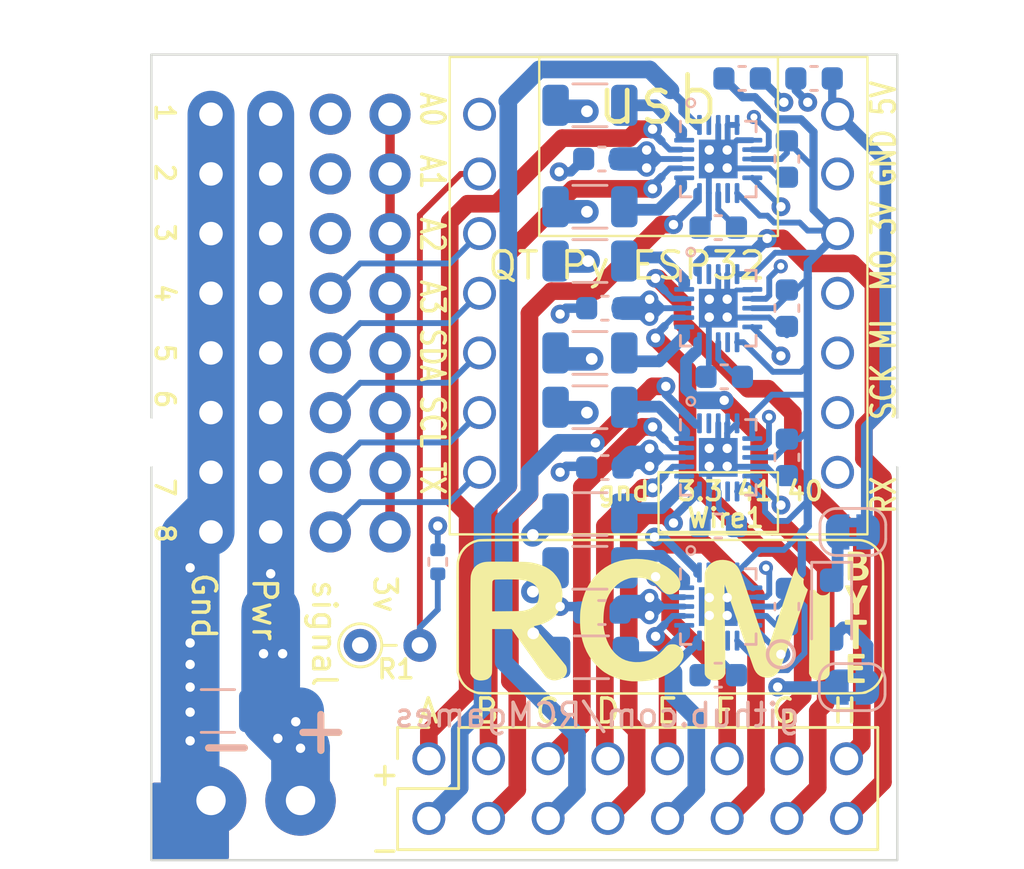
<source format=kicad_pcb>
(kicad_pcb (version 20221018) (generator pcbnew)
  (layers (0 "F.Cu" signal) (1 "In1.Cu" signal) (2 "In2.Cu" signal) (31 "B.Cu" signal) (34 "B.Paste" user) (35 "F.Paste" user) (36 "B.SilkS" user "B.Silkscreen") (37 "F.SilkS" user "F.Silkscreen") (38 "B.Mask" user) (39 "F.Mask" user) (44 "Edge.Cuts" user))
  (net 0 "")
  (net 1 "GND")
  (net 2 "3v")
  (net 3 "Net-(IC1-1,8Vout)")
  (net 4 "Net-(IC2-1,8Vout)")
  (net 5 "Net-(IC3-1,8Vout)")
  (net 6 "Net-(IC4-1,8Vout)")
  (net 7 "Net-(D1-K)")
  (net 8 "Net-(ESP32_QT_PY1-A1)")
  (net 10 "Net-(IC1-BRB)")
  (net 11 "Net-(IC1-BRA)")
  (net 13 "Net-(IC2-BRB)")
  (net 14 "Net-(IC2-BRA)")
  (net 16 "Net-(IC3-BRB)")
  (net 17 "Net-(IC3-BRA)")
  (net 19 "Net-(IC4-BRB)")
  (net 20 "Net-(IC4-BRA)")
  (net 21 "uart")
  (net 22 "vbat")
  (net 23 "Net-(IC4-OA2)")
  (net 28 "Net-(ESP32_QT_PY1-A2)")
  (net 29 "Net-(ESP32_QT_PY1-A3)")
  (net 30 "Net-(ESP32_QT_PY1-SDA)")
  (net 31 "Net-(ESP32_QT_PY1-SCL)")
  (net 32 "Net-(ESP32_QT_PY1-TX)")
  (net 33 "enab")
  (net 34 "Net-(ESP32_QT_PY1-SCK)")
  (net 35 "Net-(ESP32_QT_PY1-MI)")
  (net 36 "Net-(ESP32_QT_PY1-MO)")
  (net 37 "Net-(IC1-OA1)")
  (net 38 "Net-(IC4-OB2)")
  (net 39 "Net-(IC4-OB1)")
  (net 40 "Net-(IC4-OA1)")
  (net 41 "Net-(IC3-OA2)")
  (net 42 "Net-(IC3-OB2)")
  (net 43 "Net-(IC3-OB1)")
  (net 44 "Net-(IC3-OA1)")
  (net 45 "Net-(IC2-OA2)")
  (net 46 "Net-(IC2-OA1)")
  (net 47 "Net-(IC2-OB2)")
  (net 48 "Net-(IC2-OB1)")
  (net 49 "Net-(IC1-OA2)")
  (net 50 "Net-(IC1-OB1)")
  (net 51 "Net-(IC1-OB2)")
  (net 52 "Net-(ESP32_QT_PY1-5V)")
  (net 53 "Net-(D1-A)")
  (footprint "!RCMhardware footprints:PinSocket_2x08_P2.54mm_Vertical" (layer "F.Cu") (at 85.471 65.532 90)
    (fp_text reference "J6" hide)
    (fp_text value "2x08 female header pins" hide)
  )
  (footprint "MountingHole:MountingHole_2.1mm" (layer "F.Cu") (at 73.406 52.07)
    (fp_text reference "H1" hide)
    (fp_text value "MountingHole")
  )
  (footprint "!RCMhardware footprints:servo pin column" (layer "F.Cu") (at 83.82 38.1)
    (fp_text reference "J5" hide)
    (fp_text value "1x08 male header pins")
  )
  (footprint "MountingHole:MountingHole_2.1mm" (layer "F.Cu") (at 105.664 52.07)
    (fp_text reference "H2" hide)
    (fp_text value "MountingHole")
  )
  (footprint "!RCMhardware footprints:servo pin column" (layer "F.Cu") (at 78.74 38.1)
    (fp_text reference "J4" hide)
    (fp_text value "1x08 male header pins")
  )
  (footprint "!RCMhardware footprints:servo pin column" (layer "F.Cu") (at 76.2 38.1)
    (fp_text reference "J3" hide)
    (fp_text value "1x08 male header pins")
  )
  (footprint "!RCMhardware footprints:ESP32 QT PY" (layer "F.Cu") (at 95.25 45.72)
    (fp_text reference "ESP32_QT_PY1" hide)
    (fp_text value "microcontroller" hide)
  )
  (footprint "!RCMhardware footprints:servo pin column" (layer "F.Cu") (at 81.28 38.1)
    (fp_text reference "J2" hide)
    (fp_text value "1x08 male header pins")
  )
  (footprint "Resistor_THT:R_Axial_DIN0204_L3.6mm_D1.6mm_P2.54mm_Vertical" (layer "F.Cu") (at 82.55 60.706)
    (fp_text reference "R1")
    (fp_text value "soldered by user (recommend 25K)" hide)
  )
  (footprint "!RCMhardware footprints:battery wires" (layer "F.Cu") (at 76.2 67.31 -90)
    (fp_text reference "J1" hide)
    (fp_text value "pads to solder wires to" hide)
  )
  (footprint "LOGO" (layer "F.Cu") (at 95.758 59.436)
    (fp_text reference "G***" hide)
    (fp_text value "LOGO" hide)
  )
  (footprint "!RCMhardware footprints:QFN-20-1EP_3x3mm_P0.4mm_EP1.65x1.65mm" (layer "B.Cu") (at 97.79 40.005 -90)
    (fp_text reference "IC1" hide)
    (fp_text value "TMC7300")
  )
  (footprint "Resistor_SMD:R_1206_3216Metric" (layer "B.Cu") (at 92.329 48.26)
    (fp_text reference "R6" hide)
    (fp_text value "150mΩ / 0.5W / 1206 / <=1%")
  )
  (footprint "!RCMhardware footprints:QFN-20-1EP_3x3mm_P0.4mm_EP1.65x1.65mm" (layer "B.Cu") (at 97.79 46.355 -90)
    (fp_text reference "IC2" hide)
    (fp_text value "TMC7300")
  )
  (footprint "Resistor_SMD:R_1206_3216Metric" (layer "B.Cu") (at 92.329 50.5714)
    (fp_text reference "R7" hide)
    (fp_text value "150mΩ / 0.5W / 1206 / <=1%")
  )
  (footprint "Capacitor_SMD:C_0603_1608Metric" (layer "B.Cu") (at 97.79 42.926 180)
    (fp_text reference "C5" hide)
    (fp_text value "100nF/25V/0603")
  )
  (footprint "Capacitor_SMD:C_0603_1608Metric" (layer "B.Cu") (at 92.837 40.005 180)
    (fp_text reference "C3" hide)
    (fp_text value "100nF/25V/0603")
  )
  (footprint "Capacitor_SMD:C_1206_3216Metric_Pad1.33x1.80mm_HandSolder" (layer "B.Cu") (at 76.4925 63.5 180)
    (fp_text reference "C2" hide)
    (fp_text value "47uF, not electrolytic")
  )
  (footprint "Capacitor_SMD:C_0603_1608Metric" (layer "B.Cu") (at 100.711 40.005 -90)
    (fp_text reference "C4" hide)
    (fp_text value "100nF/25V/0603")
  )
  (footprint "Capacitor_SMD:C_0603_1608Metric" (layer "B.Cu") (at 92.964 46.355 180)
    (fp_text reference "C6" hide)
    (fp_text value "100nF/25V/0603")
  )
  (footprint "Capacitor_SMD:C_0603_1608Metric" (layer "B.Cu") (at 98.806 36.576)
    (fp_text reference "C15" hide)
    (fp_text value "100nF/25V/0603")
  )
  (footprint "Resistor_SMD:R_1206_3216Metric" (layer "B.Cu") (at 92.3945 61.214)
    (fp_text reference "R10" hide)
    (fp_text value "150mΩ / 0.5W / 1206 / <=1%")
  )
  (footprint "!RCMhardware footprints:QFN-20-1EP_3x3mm_P0.4mm_EP1.65x1.65mm" (layer "B.Cu") (at 97.79 52.705 -90)
    (fp_text reference "IC3" hide)
    (fp_text value "TMC7300")
  )
  (footprint "Diode_SMD:D_SOD-323_HandSoldering" (layer "B.Cu") (at 102.616 59.182 -90)
    (fp_text reference "D1" hide)
    (fp_text value "1A Schottky Diode ")
  )
  (footprint "Resistor_SMD:R_0402_1005Metric" (layer "B.Cu") (at 85.852 57.152 90)
    (fp_text reference "R2" hide)
    (fp_text value "10K")
  )
  (footprint "Capacitor_SMD:C_0603_1608Metric" (layer "B.Cu") (at 92.837 59.309 180)
    (fp_text reference "C12" hide)
    (fp_text value "100nF/25V/0603")
  )
  (footprint "Resistor_SMD:R_1206_3216Metric" (layer "B.Cu") (at 92.329 44.3484)
    (fp_text reference "R5" hide)
    (fp_text value "150mΩ / 0.5W / 1206 / <=1%")
  )
  (footprint "Resistor_SMD:R_1206_3216Metric" (layer "B.Cu") (at 92.329 37.719)
    (fp_text reference "R3" hide)
    (fp_text value "150mΩ / 0.5W / 1206 / <=1%")
  )
  (footprint "Resistor_SMD:R_1206_3216Metric" (layer "B.Cu") (at 92.329 42.037)
    (fp_text reference "R4" hide)
    (fp_text value "150mΩ / 0.5W / 1206 / <=1%")
  )
  (footprint "Capacitor_SMD:C_0603_1608Metric" (layer "B.Cu") (at 92.964 53.1368 180)
    (fp_text reference "C9" hide)
    (fp_text value "100nF/25V/0603")
  )
  (footprint "Capacitor_SMD:C_0603_1608Metric" (layer "B.Cu") (at 98.044 49.276 180)
    (fp_text reference "C8" hide)
    (fp_text value "100nF/25V/0603")
  )
  (footprint "Jumper:SolderJumper-2_P1.3mm_Bridged2Bar_RoundedPad1.0x1.5mm" (layer "B.Cu") (at 103.49 62.484 180)
    (fp_text reference "NT2" hide)
    (fp_text value "NetTie_2")
  )
  (footprint "Jumper:SolderJumper-2_P1.3mm_Bridged2Bar_RoundedPad1.0x1.5mm" (layer "B.Cu") (at 103.52 55.88 180)
    (fp_text reference "NT1" hide)
    (fp_text value "NetTie_2")
  )
  (footprint "Capacitor_SMD:C_0603_1608Metric" (layer "B.Cu") (at 97.79 55.626 180)
    (fp_text reference "C11" hide)
    (fp_text value "100nF/25V/0603")
  )
  (footprint "Capacitor_SMD:C_0603_1608Metric" (layer "B.Cu") (at 100.711 59.055 -90)
    (fp_text reference "C13" hide)
    (fp_text value "100nF/25V/0603")
  )
  (footprint "Capacitor_SMD:C_0603_1608Metric" (layer "B.Cu") (at 100.711 46.355 -90)
    (fp_text reference "C7" hide)
    (fp_text value "100nF/25V/0603")
  )
  (footprint "Resistor_SMD:R_1206_3216Metric" (layer "B.Cu") (at 92.329 55.118)
    (fp_text reference "R8" hide)
    (fp_text value "150mΩ / 0.5W / 1206 / <=1%")
  )
  (footprint "Resistor_SMD:R_1206_3216Metric" (layer "B.Cu") (at 92.329 57.404)
    (fp_text reference "R9" hide)
    (fp_text value "150mΩ / 0.5W / 1206 / <=1%")
  )
  (footprint "Capacitor_SMD:C_0603_1608Metric" (layer "B.Cu") (at 101.867 36.576 180)
    (fp_text reference "C1" hide)
    (fp_text value "100nF/25V/0603")
  )
  (footprint "!RCMhardware footprints:QFN-20-1EP_3x3mm_P0.4mm_EP1.65x1.65mm" (layer "B.Cu") (at 97.79 59.055 -90)
    (fp_text reference "IC4" hide)
    (fp_text value "TMC7300")
  )
  (footprint "Capacitor_SMD:C_0603_1608Metric" (layer "B.Cu") (at 100.711 52.705 -90)
    (fp_text reference "C10" hide)
    (fp_text value "100nF/25V/0603")
  )
  (footprint "Capacitor_SMD:C_0603_1608Metric" (layer "B.Cu") (at 97.79 61.976 180)
    (fp_text reference "C14" hide)
    (fp_text value "100nF/25V/0603")
  )
  (gr_circle (center 100.457 61.087) (end 100.965 60.833) (stroke (width 0.15)) (fill none) (layer "B.SilkS"))
  (gr_rect (start 73.66 35.56) (end 105.41 69.85) (stroke (width 0.1)) (fill none) (layer "Edge.Cuts"))
  (gr_text "-" (at 76.8604 64.9224) (layer "B.SilkS") (effects (font (size 2 2) (thickness 0.3))))
  (gr_text "github.com/RCMgames" (at 101.346 64.262) (layer "B.SilkS") (effects (font (size 1 1)) (justify left bottom mirror)))
  (gr_text "+" (at 80.8736 64.262) (layer "B.SilkS") (effects (font (size 2 2) (thickness 0.3))))
  (gr_text "Pwr" (at 78.486 59.182 270) (layer "F.SilkS") (effects (font (size 1 1))))
  (gr_text "3v\n" (at 83.058 57.658 270) (layer "F.SilkS") (effects (font (size 0.95 0.9)) (justify left bottom)))
  (gr_text "A  B  C  D  E  F  G  H" (at 94.361 63.5) (layer "F.SilkS") (effects (font (size 1.02 1.02))))
  (gr_text "1   2   3   4   5  6     7  8\n" (at 73.7616 46.99 270) (layer "F.SilkS") (effects (font (size 0.81 0.79)) (justify bottom)))
  (gr_text "Gnd\n" (at 75.8952 59.0296 -90) (layer "F.SilkS") (effects (font (size 1 1))))
  (gr_text "Wire1" (at 96.393 55.753) (layer "F.SilkS") (effects (font (size 0.8 0.8)) (justify left bottom)))
  (gr_text "signal" (at 81.026 60.198 -90) (layer "F.SilkS") (effects (font (size 1 1))))
  (gr_text "gnd  3.3 41 40" (at 92.583 54.61) (layer "F.SilkS") (effects (font (size 0.8 0.8)) (justify left bottom)))
  (gr_text "+\n\n-" (at 82.8802 69.977) (layer "F.SilkS") (effects (font (size 1 1)) (justify left bottom)))
  (gr_text "-" (at 76.8604 64.9224) (layer "F.SilkS") (effects (font (size 2 2) (thickness 0.3))))
  (gr_text "QT Py ESP32\n" (at 87.884 45.212) (layer "F.SilkS") (effects (font (size 1.15 1.2)) (justify left bottom)))
  (via (at 98.171 58.674) (size 0.8) (drill 0.4) (layers "F.Cu" "B.Cu") (net 1))
  (via (at 89.8965 58.42) (size 0.9) (drill 0.5) (layers "F.Cu" "B.Cu") (net 1))
  (via (at 92.4052 48.514) (size 0.9) (drill 0.5) (layers "F.Cu" "B.Cu") (net 1))
  (via (at 91.059 46.609) (size 0.8) (drill 0.4) (layers "F.Cu" "B.Cu") (net 1))
  (via (at 75.311 62.484) (size 0.8) (drill 0.4) (layers "F.Cu" "B.Cu") (net 1))
  (via (at 91.020547 40.550747) (size 0.8) (drill 0.4) (layers "F.Cu" "B.Cu") (net 1))
  (via (at 92.2528 44.3484) (size 0.9) (drill 0.5) (layers "F.Cu" "B.Cu") (net 1))
  (via (at 101.6 37.592) (size 0.8) (drill 0.4) (layers "F.Cu" "B.Cu") (net 1))
  (via (at 98.171 59.436) (size 0.8) (drill 0.4) (layers "F.Cu" "B.Cu") (net 1))
  (via (at 75.311 57.404) (size 0.8) (drill 0.4) (layers "F.Cu" "B.Cu") (net 1))
  (via (at 92.202 50.8) (size 0.9) (drill 0.5) (layers "F.Cu" "B.Cu") (net 1))
  (via (at 89.916 60.198) (size 0.9) (drill 0.5) (layers "F.Cu" "B.Cu") (net 1))
  (via (at 97.409 53.086) (size 0.8) (drill 0.4) (layers "F.Cu" "B.Cu") (net 1))
  (via (at 92.202 42.2495) (size 0.9) (drill 0.5) (layers "F.Cu" "B.Cu") (net 1))
  (via (at 97.409 45.974) (size 0.8) (drill 0.4) (layers "F.Cu" "B.Cu") (net 1))
  (via (at 97.409 40.386) (size 0.8) (drill 0.4) (layers "F.Cu" "B.Cu") (net 1))
  (via (at 98.171 39.624) (size 0.8) (drill 0.4) (layers "F.Cu" "B.Cu") (net 1))
  (via (at 97.409 39.624) (size 0.8) (drill 0.4) (layers "F.Cu" "B.Cu") (net 1))
  (via (at 75.311 63.5508) (size 0.8) (drill 0.4) (layers "F.Cu" "B.Cu") (net 1))
  (via (at 98.171 40.386) (size 0.8) (drill 0.4) (layers "F.Cu" "B.Cu") (net 1))
  (via (at 97.409 58.674) (size 0.8) (drill 0.4) (layers "F.Cu" "B.Cu") (net 1))
  (via (at 98.171 46.736) (size 0.8) (drill 0.4) (layers "F.Cu" "B.Cu") (net 1))
  (via (at 98.171 52.324) (size 0.8) (drill 0.4) (layers "F.Cu" "B.Cu") (net 1))
  (via (at 98.171 45.974) (size 0.8) (drill 0.4) (layers "F.Cu" "B.Cu") (net 1))
  (via (at 75.311 61.5188) (size 0.8) (drill 0.4) (layers "F.Cu" "B.Cu") (net 1))
  (via (at 97.409 46.736) (size 0.8) (drill 0.4) (layers "F.Cu" "B.Cu") (net 1))
  (via (at 75.311 64.77) (size 0.8) (drill 0.4) (layers "F.Cu" "B.Cu") (net 1))
  (via (at 91.0595 59.055) (size 0.8) (drill 0.4) (layers "F.Cu" "B.Cu") (net 1))
  (via (at 97.409 59.436) (size 0.8) (drill 0.4) (layers "F.Cu" "B.Cu") (net 1))
  (via (at 92.202 37.973) (size 0.9) (drill 0.5) (layers "F.Cu" "B.Cu") (net 1))
  (via (at 75.311 60.6044) (size 0.8) (drill 0.4) (layers "F.Cu" "B.Cu") (net 1))
  (via (at 89.8965 56.007) (size 0.9) (drill 0.5) (layers "F.Cu" "B.Cu") (net 1))
  (via (at 98.171 53.086) (size 0.8) (drill 0.4) (layers "F.Cu" "B.Cu") (net 1))
  (via (at 97.409 52.324) (size 0.8) (drill 0.4) (layers "F.Cu" "B.Cu") (net 1))
  (via (at 85.852 55.626) (size 0.8) (drill 0.4) (layers "F.Cu" "B.Cu") (net 1))
  (via (at 100.584 37.592) (size 0.8) (drill 0.4) (layers "F.Cu" "B.Cu") (net 1))
  (via (at 91.059 53.34) (size 0.8) (drill 0.4) (layers "F.Cu" "B.Cu") (net 1))
  (segment (start 91.516253 40.550747) (end 92.062 40.005) (width 0.4) (layer "B.Cu") (net 1))
  (segment (start 91.0951 50.8) (end 90.8665 50.5714) (width 1) (layer "B.Cu") (net 1))
  (segment (start 76.2 67.31) (end 75.311 66.421) (width 2.5) (layer "B.Cu") (net 1))
  (segment (start 98.565 45.58) (end 98.171 45.974) (width 0.2) (layer "B.Cu") (net 1))
  (segment (start 99.841 59.455) (end 99.24 59.455) (width 0.25) (layer "B.Cu") (net 1))
  (segment (start 97.409 52.324) (end 97.409 54.136) (width 0.25) (layer "B.Cu") (net 1))
  (segment (start 90.8665 57.45) (end 89.8965 58.42) (width 1) (layer "B.Cu") (net 1))
  (segment (start 100.584 37.592) (end 100.584 37.579) (width 0.35) (layer "B.Cu") (net 1))
  (segment (start 97.39 49.276) (end 97.39 47.805) (width 0.25) (layer "B.Cu") (net 1))
  (segment (start 97.39 42.551) (end 97.39 41.455) (width 0.25) (layer "B.Cu") (net 1))
  (segment (start 97.39 61.601) (end 97.39 60.505) (width 0.25) (layer "B.Cu") (net 1))
  (segment (start 98.19 58.655) (end 98.171 58.674) (width 0.25) (layer "B.Cu") (net 1))
  (segment (start 90.8665 55.118) (end 90.7855 55.118) (width 1) (layer "B.Cu") (net 1))
  (segment (start 97.39 47.805) (end 97.39 46.755) (width 0.25) (layer "B.Cu") (net 1))
  (segment (start 91.079 42.2495) (end 90.8665 42.037) (width 1) (layer "B.Cu") (net 1))
  (segment (start 91.020547 40.550747) (end 91.516253 40.550747) (width 0.4) (layer "B.Cu") (net 1))
  (segment (start 97.39 46.755) (end 97.409 46.736) (width 0.25) (layer "B.Cu") (net 1))
  (segment (start 98.59 39.205) (end 98.171 39.624) (width 0.25) (layer "B.Cu") (net 1))
  (segment (start 98.19 40.405) (end 98.171 40.386) (width 0.25) (layer "B.Cu") (net 1))
  (segment (start 90.932 61.214) (end 89.916 60.198) (width 1) (layer "B.Cu") (net 1))
  (segment (start 98.171 52.324) (end 98.171 51.274) (width 0.25) (layer "B.Cu") (net 1))
  (segment (start 97.39 41.455) (end 97.39 40.405) (width 0.25) (layer "B.Cu") (net 1))
  (segment (start 99.24 53.105) (end 98.19 53.105) (width 0.25) (layer "B.Cu") (net 1))
  (segment (start 98.19 39.605) (end 98.171 39.624) (width 0.25) (layer "B.Cu") (net 1))
  (segment (start 75.057 56.007) (end 76.2 54.864) (width 2) (layer "B.Cu") (net 1))
  (segment (start 97.39 40.405) (end 97.409 40.386) (width 0.25) (layer "B.Cu") (net 1))
  (segment (start 97.79 45.593) (end 98.171 45.974) (width 0.25) (layer "B.Cu") (net 1))
  (segment (start 75.311 66.421) (end 75.311 56.261) (width 2.5) (layer "B.Cu") (net 1))
  (segment (start 99.24 40.405) (end 99.968 40.405) (width 0.25) (layer "B.Cu") (net 1))
  (segment (start 97.39 59.455) (end 97.409 59.436) (width 0.25) (layer "B.Cu") (net 1))
  (segment (start 98.59 38.555) (end 98.19 38.555) (width 0.25) (layer "B.Cu") (net 1))
  (segment (start 99.24 40.405) (end 98.19 40.405) (width 0.25) (layer "B.Cu") (net 1))
  (segment (start 92.2528 44.3484) (end 90.8665 44.3484) (width 1) (layer "B.Cu") (net 1))
  (segment (start 98.19 59.455) (end 98.171 59.436) (width 0.25) (layer "B.Cu") (net 1))
  (segment (start 100.343 40.78) (end 100.711 40.78) (width 0.25) (layer "B.Cu") (net 1))
  (segment (start 100.711 53.48) (end 100.216 53.48) (width 0.25) (layer "B.Cu") (net 1))
  (segment (start 98.19 53.105) (end 98.171 53.086) (width 0.25) (layer "B.Cu") (net 1))
  (segment (start 92.1955 46.355) (end 91.313 46.355) (width 0.4) (layer "B.Cu") (net 1))
  (segment (start 97.409 54.136) (end 97.39 54.155) (width 0.25) (layer "B.Cu") (net 1))
  (segment (start 91.313 46.355) (end 91.059 46.609) (width 0.4) (layer "B.Cu") (net 1))
  (segment (start 100.584 37.579) (end 99.581 36.576) (width 0.35) (layer "B.Cu") (net 1))
  (segment (start 100.711 59.83) (end 100.216 59.83) (width 0.25) (layer "B.Cu") (net 1))
  (segment (start 97.015 55.626) (end 97.39 55.251) (width 0.25) (layer "B.Cu") (net 1))
  (segment (start 101.092 37.084) (end 101.092 36.576) (width 0.35) (layer "B.Cu") (net 1))
  (segment (start 97.79 44.905) (end 97.79 45.593) (width 0.25) (layer "B.Cu") (net 1))
  (segment (start 99.24 59.455) (end 98.19 59.455) (width 0.25) (layer "B.Cu") (net 1))
  (segment (start 97.79 57.605) (end 97.79 59.055) (width 0.25) (layer "B.Cu") (net 1))
  (segment (start 91.1205 48.514) (end 90.8665 48.26) (width 1) (layer "B.Cu") (net 1))
  (segment (start 99.24 46.755) (end 98.19 46.755) (width 0.25) (layer "B.Cu") (net 1))
  (segment (start 85.852 55.626) (end 85.852 56.388) (width 0.25) (layer "B.Cu") (net 1))
  (segment (start 100.711 47.511) (end 99.955 46.755) (width 0.25) (layer "B.Cu") (net 1))
  (segment (start 97.015 61.976) (end 97.39 61.601) (width 0.25) (layer "B.Cu") (net 1))
  (segment (start 97.79 38.555) (end 97.79 39.243) (width 0.25) (layer "B.Cu") (net 1))
  (segment (start 98.171 44.924) (end 98.19 44.905) (width 0.25) (layer "B.Cu") (net 1))
  (segment (start 91.0595 59.055) (end 92.1955 59.055) (width 0.4) (layer "B.Cu") (net 1))
  (segment (start 92.202 42.2495) (end 91.079 42.2495) (width 1) (layer "B.Cu") (net 1))
  (segment (start 76.2 55.88) (end 76.2 38.1) (width 2) (layer "B.Cu") (net 1))
  (segment (start 92.189 53.086) (end 91.3195 53.086) (width 0.4) (layer "B.Cu") (net 1))
  (segment (start 90.8665 57.404) (end 90.8665 57.45) (width 1) (layer "B.Cu") (net 1))
  (segment (start 98.171 51.274) (end 98.19 51.255) (width 0.25) (layer "B.Cu") (net 1))
  (segment (start 98.19 46.755) (end 98.171 46.736) (width 0.25) (layer "B.Cu") (net 1))
  (segment (start 99.841 53.105) (end 99.24 53.105) (width 0.25) (layer "B.Cu") (net 1))
  (segment (start 99.968 40.405) (end 100.343 40.78) (width 0.25) (layer "B.Cu") (net 1))
  (segment (start 91.3195 53.086) (end 91.0655 53.34) (width 0.4) (layer "B.Cu") (net 1))
  (segment (start 97.79 51.943) (end 97.79 51.255) (width 0.25) (layer "B.Cu") (net 1))
  (segment (start 99.955 46.755) (end 99.24 46.755) (width 0.25) (layer "B.Cu") (net 1))
  (segment (start 92.202 50.8) (end 91.0951 50.8) (width 1) (layer "B.Cu") (net 1))
  (segment (start 91.1205 37.973) (end 90.8665 37.719) (width 1) (layer "B.Cu") (net 1))
  (segment (start 99.24 45.555) (end 99.215 45.58) (width 0.2) (layer "B.Cu") (net 1))
  (segment (start 92.202 37.973) (end 91.1205 37.973) (width 1) (layer "B.Cu") (net 1))
  (segment (start 97.79 39.243) (end 98.171 39.624) (width 0.25) (layer "B.Cu") (net 1))
  (segment (start 98.59 51.255) (end 98.171 51.674) (width 0.25) (layer "B.Cu") (net 1))
  (segment (start 99.24 39.205) (end 98.59 39.205) (width 0.25) (layer "B.Cu") (net 1))
  (segment (start 97.409 52.324) (end 97.79 51.943) (width 0.25) (layer "B.Cu") (net 1))
  (segment (start 97.39 60.505) (end 97.39 59.455) (width 0.25) (layer "B.Cu") (net 1))
  (segment (start 97.39 55.251) (end 97.39 54.155) (width 0.25) (layer "B.Cu") (net 1))
  (segment (start 98.19 38.555) (end 98.19 39.605) (width 0.25) (layer "B.Cu") (net 1))
  (segment (start 92.4052 48.514) (end 91.1205 48.514) (width 1) (layer "B.Cu") (net 1))
  (segment (start 100.216 59.83) (end 99.841 59.455) (width 0.25) (layer "B.Cu") (net 1))
  (segment (start 99.215 45.58) (end 98.565 45.58) (width 0.2) (layer "B.Cu") (net 1))
  (segment (start 97.015 42.926) (end 97.39 42.551) (width 0.25) (layer "B.Cu") (net 1))
  (segment (start 90.7855 55.118) (end 89.8965 56.007) (width 1) (layer "B.Cu") (net 1))
  (segment (start 98.19 57.605) (end 98.19 58.655) (width 0.25) (layer "B.Cu") (net 1))
  (segment (start 98.171 45.974) (end 98.171 44.924) (width 0.25) (layer "B.Cu") (net 1))
  (segment (start 101.6 37.592) (end 101.092 37.084) (width 0.35) (layer "B.Cu") (net 1))
  (segment (start 98.171 51.674) (end 98.171 52.324) (width 0.25) (layer "B.Cu") (net 1))
  (segment (start 100.216 53.48) (end 99.841 53.105) (width 0.25) (layer "B.Cu") (net 1))
  (segment (start 83.82 38.1) (end 83.82 55.88) (width 0.4) (layer "F.Cu") (net 2))
  (segment (start 99.553 56.642) (end 98.59 57.605) (width 0.25) (layer "B.Cu") (net 2))
  (segment (start 100.711 51.93) (end 101.232 51.93) (width 0.25) (layer "B.Cu") (net 2))
  (segment (start 101.461 61.037595) (end 100.736595 61.762) (width 0.25) (layer "B.Cu") (net 2))
  (segment (start 100.457 40.005) (end 99.24 40.005) (width 0.25) (layer "B.Cu") (net 2))
  (segment (start 100.3235 59.055) (end 99.24 59.055) (width 0.25) (layer "B.Cu") (net 2))
  (segment (start 100.736595 55.412) (end 100.177405 55.412) (width 0.25) (layer "B.Cu") (net 2))
  (segment (start 100.080746 50.038) (end 101.6 50.038) (width 0.25) (layer "B.Cu") (net 2))
  (segment (start 99.24 46.355) (end 100.203 46.355) (width 0.25) (layer "B.Cu") (net 2))
  (segment (start 100.711 58.28) (end 100.711 58.6675) (width 0.25) (layer "B.Cu") (net 2))
  (segment (start 99.24 50.878746) (end 100.080746 50.038) (width 0.25) (layer "B.Cu") (net 2))
  (segment (start 101.6 50.038) (end 101.6 54.548595) (width 0.25) (layer "B.Cu") (net 2))
  (segment (start 101.6 43.053) (end 101.259 42.712) (width 0.25) (layer "B.Cu") (net 2))
  (segment (start 101.461 59.03) (end 101.461 61.037595) (width 0.25) (layer "B.Cu") (net 2))
  (segment (start 100.711 58.28) (end 101.461 59.03) (width 0.25) (layer "B.Cu") (net 2))
  (segment (start 100.213357 43.996531) (end 102.053469 43.996531) (width 0.25) (layer "B.Cu") (net 2))
  (segment (start 100.177405 55.412) (end 99.782 55.016595) (width 0.25) (layer "B.Cu") (net 2))
  (segment (start 99.782 54.627686) (end 99.034314 53.88) (width 0.25) (layer "B.Cu") (net 2))
  (segment (start 100.711 52.197) (end 100.203 52.705) (width 0.25) (layer "B.Cu") (net 2))
  (segment (start 101.346 57.645) (end 100.711 58.28) (width 0.35) (layer "B.Cu") (net 2))
  (segment (start 99.553 42.418) (end 98.59 41.455) (width 0.25) (layer "B.Cu") (net 2))
  (segment (start 99.782 55.016595) (end 99.782 54.627686) (width 0.25) (layer "B.Cu") (net 2))
  (segment (start 100.711 45.847) (end 100.711 45.511) (width 0.25) (layer "B.Cu") (net 2))
  (segment (start 99.859 37.883) (end 99.859 37.892305) (width 0.35) (layer "B.Cu") (net 2))
  (segment (start 101.346 55.88) (end 101.346 57.645) (width 0.35) (layer "B.Cu") (net 2))
  (segment (start 98.59 44.905) (end 99.304888 44.905) (width 0.25) (layer "B.Cu") (net 2))
  (segment (start 98.831 37.376) (end 99.352 37.376) (width 0.35) (layer "B.Cu") (net 2))
  (segment (start 100.177405 42.712) (end 99.883405 42.418) (width 0.25) (layer "B.Cu") (net 2))
  (segment (start 99.265 58.28) (end 99.24 58.255) (width 0.25) (layer "B.Cu") (net 2))
  (segment (start 101.6 44.45) (end 101.6 50.038) (width 0.25) (layer "B.Cu") (net 2))
  (segment (start 102.053469 43.996531) (end 102.87 43.18) (width 0.25) (layer "B.Cu") (net 2))
  (segment (start 102.743 43.053) (end 101.6 43.053) (width 0.25) (layer "B.Cu") (net 2))
  (segment (start 99.847 61.762) (end 98.59 60.505) (width 0.25) (layer "B.Cu") (net 2))
  (segment (start 100.736595 61.762) (end 99.847 61.762) (width 0.25) (layer "B.Cu") (net 2))
  (segment (start 98.859 47.805) (end 98.59 47.805) (width 0.25) (layer "B.Cu") (net 2))
  (segment (start 101.6 55.626) (end 101.346 55.88) (width 0.35) (layer "B.Cu") (net 2))
  (segment (start 101.6 45.073) (end 101.6 55.626) (width 0.35) (layer "B.Cu") (net 2))
  (segment (start 100.203 52.705) (end 99.24 52.705) (width 0.25) (layer "B.Cu") (net 2))
  (segment (start 100.711 58.6675) (end 100.3235 59.055) (width 0.25) (layer "B.Cu") (net 2))
  (segment (start 99.034314 53.88) (end 98.865 53.88) (width 0.25) (layer "B.Cu") (net 2))
  (segment (start 101.6 44.45) (end 101.6 44.704) (width 0.35) (layer "B.Cu") (net 2))
  (segment (start 101.845 42.155) (end 102.87 43.18) (width 0.35) (layer "B.Cu") (net 2))
  (segment (start 99.304888 44.905) (end 100.213357 43.996531) (width 0.25) (layer "B.Cu") (net 2))
  (segment (start 98.031 36.576) (end 98.831 37.376) (width 0.35) (layer "B.Cu") (net 2))
  (segment (start 101.845 40.364) (end 101.845 42.155) (width 0.25) (layer "B.Cu") (net 2))
  (segment (start 100.711 39.217) (end 100.711 39.751) (width 0.25) (layer "B.Cu") (net 2))
  (segment (start 101.6 54.548595) (end 100.736595 55.412) (width 0.25) (layer "B.Cu") (net 2))
  (segment (start 100.203 46.355) (end 100.711 45.847) (width 0.25) (layer "B.Cu") (net 2))
  (segment (start 101.6 55.626) (end 100.584 56.642) (width 0.25) (layer "B.Cu") (net 2))
  (segment (start 100.711 45.58) (end 101.093 45.58) (width 0.25) (layer "B.Cu") (net 2))
  (segment (start 100.116 49.062) (end 98.859 47.805) (width 0.25) (layer "B.Cu") (net 2))
  (segment (start 100.686 51.905) (end 100.711 51.93) (width 0.25) (layer "B.Cu") (net 2))
  (segment (start 101.845 38.853) (end 101.845 42.155) (width 0.35) (layer "B.Cu") (net 2))
  (segment (start 101.309 38.317) (end 101.845 38.853) (width 0.35) (layer "B.Cu") (net 2))
  (segment (start 101.6 48.768) (end 101.306 49.062) (width 0.25) (layer "B.Cu") (net 2))
  (segment (start 98.59 57.605) (end 99.24 58.255) (width 0.25) (layer "B.Cu") (net 2))
  (segment (start 99.859 37.892305) (end 100.283695 38.317) (width 0.35) (layer "B.Cu") (net 2))
  (segment (start 101.306 49.062) (end 100.116 49.062) (width 0.25) (layer "B.Cu") (net 2))
  (segment (start 100.711 39.23) (end 101.845 40.364) (width 0.25) (layer "B.Cu") (net 2))
  (segment (start 100.711 51.93) (end 100.711 52.197) (width 0.25) (layer "B.Cu") (net 2))
  (segment (start 101.6 44.704) (end 101.6 45.073) (width 0.35) (layer "B.Cu") (net 2))
  (segment (start 101.259 42.712) (end 100.177405 42.712) (width 0.25) (layer "B.Cu") (net 2))
  (segment (start 98.865 53.88) (end 98.59 54.155) (width 0.25) (layer "B.Cu") (net 2))
  (segment (start 101.093 45.58) (end 101.461 45.212) (width 0.25) (layer "B.Cu") (net 2))
  (segment (start 100.711 39.751) (end 100.457 40.005) (width 0.25) (layer "B.Cu") (net 2))
  (segment (start 99.352 37.376) (end 99.859 37.883) (width 0.35) (layer "B.Cu") (net 2))
  (segment (start 102.87 43.18) (end 101.6 44.45) (width 0.35) (layer "B.Cu") (net 2))
  (segment (start 100.584 56.642) (end 99.553 56.642) (width 0.25) (layer "B.Cu") (net 2))
  (segment (start 100.283695 38.317) (end 101.309 38.317) (width 0.35) (layer "B.Cu") (net 2))
  (segment (start 99.24 51.905) (end 99.24 50.878746) (width 0.25) (layer "B.Cu") (net 2))
  (segment (start 102.87 43.18) (end 102.743 43.053) (width 0.25) (layer "B.Cu") (net 2))
  (segment (start 99.883405 42.418) (end 99.553 42.418) (width 0.25) (layer "B.Cu") (net 2))
  (segment (start 101.232 51.93) (end 101.6 51.562) (width 0.25) (layer "B.Cu") (net 2))
  (segment (start 97.79 42.151) (end 97.79 41.455) (width 0.25) (layer "B.Cu") (net 3))
  (segment (start 98.565 42.926) (end 97.79 42.151) (width 0.25) (layer "B.Cu") (net 3))
  (segment (start 99.073 49.276) (end 98.552 49.276) (width 0.25) (layer "B.Cu") (net 4))
  (segment (start 98.552 49.276) (end 97.79 48.514) (width 0.25) (layer "B.Cu") (net 4))
  (segment (start 97.79 48.514) (end 97.79 47.805) (width 0.25) (layer "B.Cu") (net 4))
  (segment (start 98.565 55.626) (end 97.809 54.87) (width 0.25) (layer "B.Cu") (net 5))
  (segment (start 97.809 54.87) (end 97.809 54.174) (width 0.25) (layer "B.Cu") (net 5))
  (segment (start 98.565 61.976) (end 97.79 61.201) (width 0.25) (layer "B.Cu") (net 6))
  (segment (start 97.79 61.201) (end 97.79 60.505) (width 0.25) (layer "B.Cu") (net 6))
  (segment (start 102.87 57.678) (end 102.87 55.88) (width 0.5) (layer "B.Cu") (net 7))
  (segment (start 102.616 57.932) (end 102.87 57.678) (width 0.5) (layer "B.Cu") (net 7))
  (segment (start 85.09 42.3825) (end 85.09 60.706) (width 0.25) (layer "F.Cu") (net 8))
  (segment (start 87.63 40.64) (end 86.8325 40.64) (width 0.25) (layer "F.Cu") (net 8))
  (segment (start 86.8325 40.64) (end 85.09 42.3825) (width 0.25) (layer "F.Cu") (net 8))
  (segment (start 85.09 60.706) (end 85.09 59.944) (width 0.25) (layer "B.Cu") (net 8))
  (segment (start 85.09 59.944) (end 85.852 59.182) (width 0.25) (layer "B.Cu") (net 8))
  (segment (start 85.852 59.182) (end 85.852 57.662) (width 0.25) (layer "B.Cu") (net 8))
  (segment (start 93.6225 42.164) (end 95.25 42.164) (width 0.5) (layer "B.Cu") (net 10))
  (segment (start 96.213 41.201) (end 96.213 41.012595) (width 0.5) (layer "B.Cu") (net 10))
  (segment (start 95.25 42.164) (end 96.213 41.201) (width 0.5) (layer "B.Cu") (net 10))
  (segment (start 95.111371 37.719) (end 96.213 38.820629) (width 0.5) (layer "B.Cu") (net 11))
  (segment (start 96.213 38.820629) (end 96.213 38.997405) (width 0.5) (layer "B.Cu") (net 11))
  (segment (start 93.984 37.719) (end 95.111371 37.719) (width 0.5) (layer "B.Cu") (net 11))
  (segment (start 96.34 47.551) (end 96.34 47.362595) (width 0.5) (layer "B.Cu") (net 13))
  (segment (start 93.7495 48.514) (end 93.8511 48.6156) (width 0.5) (layer "B.Cu") (net 13))
  (segment (start 93.8511 48.6156) (end 95.2754 48.6156) (width 0.5) (layer "B.Cu") (net 13))
  (segment (start 95.2754 48.6156) (end 96.34 47.551) (width 0.5) (layer "B.Cu") (net 13))
  (segment (start 93.7495 44.196) (end 95.365371 44.196) (width 0.5) (layer "B.Cu") (net 14))
  (segment (start 96.34 45.170629) (end 96.34 45.347405) (width 0.5) (layer "B.Cu") (net 14))
  (segment (start 95.365371 44.196) (end 96.34 45.170629) (width 0.5) (layer "B.Cu") (net 14))
  (segment (start 96.34 53.901) (end 96.34 53.712595) (width 0.5) (layer "B.Cu") (net 16))
  (segment (start 95.377 54.864) (end 96.34 53.901) (width 0.5) (layer "B.Cu") (net 16))
  (segment (start 93.7495 54.864) (end 95.377 54.864) (width 0.5) (layer "B.Cu") (net 16))
  (segment (start 94.2995 50.546) (end 95.268324 50.546) (width 0.5) (layer "B.Cu") (net 17))
  (segment (start 96.34 51.617676) (end 96.34 51.697405) (width 0.5) (layer "B.Cu") (net 17))
  (segment (start 95.268324 50.546) (end 96.34 51.617676) (width 0.5) (layer "B.Cu") (net 17))
  (segment (start 95.377 61.214) (end 96.34 60.251) (width 0.5) (layer "B.Cu") (net 19))
  (segment (start 93.7495 61.214) (end 95.377 61.214) (width 0.5) (layer "B.Cu") (net 19))
  (segment (start 96.34 60.251) (end 96.34 60.062595) (width 0.5) (layer "B.Cu") (net 19))
  (segment (start 95.365371 56.896) (end 96.34 57.870629) (width 0.5) (layer "B.Cu") (net 20))
  (segment (start 96.34 57.870629) (end 96.34 58.047405) (width 0.5) (layer "B.Cu") (net 20))
  (segment (start 93.7495 56.896) (end 95.365371 56.896) (width 0.5) (layer "B.Cu") (net 20))
  (via (at 100.457 54.737) (size 0.8) (drill 0.4) (layers "F.Cu" "B.Cu") (net 21))
  (via (at 100.457 61.087) (size 0.8) (drill 0.4) (layers "F.Cu" "B.Cu") (net 21))
  (via (at 100.457 48.387) (size 0.8) (drill 0.4) (layers "F.Cu" "B.Cu") (net 21))
  (via (at 100.457 42.037) (size 0.8) (drill 0.4) (layers "F.Cu" "B.Cu") (net 21))
  (segment (start 100.457 42.037) (end 100.457 42.022) (width 0.25) (layer "B.Cu") (net 21))
  (segment (start 99.24 59.87) (end 100.457 61.087) (width 0.25) (layer "B.Cu") (net 21))
  (segment (start 100.457 48.387) (end 100.457 48.372) (width 0.25) (layer "B.Cu") (net 21))
  (segment (start 100.457 42.022) (end 99.24 40.805) (width 0.25) (layer "B.Cu") (net 21))
  (segment (start 100.457 48.372) (end 99.24 47.155) (width 0.25) (layer "B.Cu") (net 21))
  (segment (start 99.24 53.52) (end 100.457 54.737) (width 0.25) (layer "B.Cu") (net 21))
  (segment (start 99.24 53.505) (end 99.24 53.52) (width 0.25) (layer "B.Cu") (net 21))
  (segment (start 99.24 59.855) (end 99.24 59.87) (width 0.25) (layer "B.Cu") (net 21))
  (via (at 94.869 46.736) (size 0.7) (drill 0.4) (layers "F.Cu" "B.Cu") (net 22))
  (via (at 94.869 58.674) (size 0.7) (drill 0.4) (layers "F.Cu" "B.Cu") (net 22))
  (via (at 79.0448 64.6684) (size 0.8) (drill 0.4) (layers "F.Cu" "B.Cu") (net 22))
  (via (at 94.869 45.974) (size 0.7) (drill 0.4) (layers "F.Cu" "B.Cu") (net 22))
  (via (at 94.869 52.324) (size 0.7) (drill 0.4) (layers "F.Cu" "B.Cu") (net 22))
  (via (at 94.742 40.386) (size 0.7) (drill 0.4) (layers "F.Cu" "B.Cu") (net 22))
  (via (at 79.8068 63.9572) (size 0.8) (drill 0.4) (layers "F.Cu" "B.Cu") (net 22))
  (via (at 80.01 65.086334) (size 0.8) (drill 0.4) (layers "F.Cu" "B.Cu") (net 22))
  (via (at 94.742 39.624) (size 0.7) (drill 0.4) (layers "F.Cu" "B.Cu") (net 22))
  (via (at 79.248 61.0616) (size 0.8) (drill 0.4) (layers "F.Cu" "B.Cu") (net 22))
  (via (at 94.869 53.086) (size 0.7) (drill 0.4) (layers "F.Cu" "B.Cu") (net 22))
  (via (at 78.4352 61.0616) (size 0.8) (drill 0.4) (layers "F.Cu" "B.Cu") (net 22))
  (via (at 78.74 57.658) (size 0.8) (drill 0.4) (layers "F.Cu" "B.Cu") (net 22))
  (via (at 100.3205 62.484) (size 0.8) (drill 0.4) (layers "F.Cu" "B.Cu") (net 22))
  (via (at 94.869 59.436) (size 0.7) (drill 0.4) (layers "F.Cu" "B.Cu") (net 22))
  (segment (start 95.25 52.705) (end 94.869 53.086) (width 0.5) (layer "B.Cu") (net 22))
  (segment (start 95.25 52.705) (end 94.869 52.324) (width 0.5) (layer "B.Cu") (net 22))
  (segment (start 94.361 40.005) (end 94.742 40.386) (width 0.75) (layer "B.Cu") (net 22))
  (segment (start 95.123 40.005) (end 94.742 40.386) (width 0.5) (layer "B.Cu") (net 22))
  (segment (start 80.01 67.31) (end 80.01 65.086334) (width 2.5) (layer "B.Cu") (net 22))
  (segment (start 94.488 46.355) (end 94.869 45.974) (width 0.75) (layer "B.Cu") (net 22))
  (segment (start 94.488 52.705) (end 94.869 52.324) (width 0.75) (layer "B.Cu") (net 22))
  (segment (start 78.74 63.816334) (end 78.74 59.274114) (width 2.5) (layer "B.Cu") (net 22))
  (segment (start 95.25 46.355) (end 94.869 45.974) (width 0.5) (layer "B.Cu") (net 22))
  (segment (start 94.488 59.055) (end 94.869 58.674) (width 0.75) (layer "B.Cu") (net 22))
  (segment (start 80.01 65.086334) (end 78.74 63.816334) (width 2.5) (layer "B.Cu") (net 22))
  (segment (start 78.74 59.274114) (end 78.74 38.1) (width 2) (layer "B.Cu") (net 22))
  (segment (start 93.739 46.355) (end 94.488 46.355) (width 1) (layer "B.Cu") (net 22))
  (segment (start 95.25 59.055) (end 94.869 58.674) (width 0.5) (layer "B.Cu") (net 22))
  (segment (start 93.739 53.086) (end 94.12 52.705) (width 1) (layer "B.Cu") (net 22))
  (segment (start 93.612 40.005) (end 94.361 40.005) (width 1) (layer "B.Cu") (net 22))
  (segment (start 94.488 52.705) (end 94.869 53.086) (width 0.75) (layer "B.Cu") (net 22))
  (segment (start 94.12 52.705) (end 94.488 52.705) (width 1) (layer "B.Cu") (net 22))
  (segment (start 80.01 67.31) (end 80.01 63.5) (width 2) (layer "B.Cu") (net 22))
  (segment (start 96.34 46.355) (end 95.25 46.355) (width 0.25) (layer "B.Cu") (net 22))
  (segment (start 94.488 59.055) (end 94.869 59.436) (width 0.75) (layer "B.Cu") (net 22))
  (segment (start 93.739 59.055) (end 94.488 59.055) (width 1) (layer "B.Cu") (net 22))
  (segment (start 95.123 40.005) (end 94.742 39.624) (width 0.5) (layer "B.Cu") (net 22))
  (segment (start 96.213 40.005) (end 95.123 40.005) (width 0.25) (layer "B.Cu") (net 22))
  (segment (start 94.361 40.005) (end 94.742 39.624) (width 0.75) (layer "B.Cu") (net 22))
  (segment (start 95.25 46.355) (end 94.869 46.736) (width 0.5) (layer "B.Cu") (net 22))
  (segment (start 100.3205 62.484) (end 102.84 62.484) (width 0.5) (layer "B.Cu") (net 22))
  (segment (start 95.25 59.055) (end 94.869 59.436) (width 0.5) (layer "B.Cu") (net 22))
  (segment (start 96.34 59.055) (end 95.25 59.055) (width 0.25) (layer "B.Cu") (net 22))
  (segment (start 94.488 46.355) (end 94.869 46.736) (width 0.75) (layer "B.Cu") (net 22))
  (segment (start 96.34 52.705) (end 95.25 52.705) (width 0.25) (layer "B.Cu") (net 22))
  (segment (start 98.171 68.072) (end 99.396 66.847) (width 0.75) (layer "F.Cu") (net 23))
  (segment (start 95.407774 56.424) (end 95.080274 56.0965) (width 0.75) (layer "F.Cu") (net 23))
  (segment (start 97.229148 56.424) (end 95.407774 56.424) (width 0.75) (layer "F.Cu") (net 23))
  (segment (start 99.396 58.590852) (end 97.229148 56.424) (width 0.75) (layer "F.Cu") (net 23))
  (segment (start 99.396 66.847) (end 99.396 58.590852) (width 0.75) (layer "F.Cu") (net 23))
  (via (at 95.080274 56.0965) (size 0.8) (drill 0.4) (layers "F.Cu" "B.Cu") (net 23))
  (segment (start 95.504 56.134) (end 96.901 57.531) (width 0.35) (layer "B.Cu") (net 23))
  (segment (start 96.901 57.531) (end 96.901 57.658) (width 0.35) (layer "B.Cu") (net 23))
  (segment (start 81.28 45.72) (end 82.55 44.45) (width 0.25) (layer "B.Cu") (net 28))
  (segment (start 86.36 44.45) (end 87.63 43.18) (width 0.25) (layer "B.Cu") (net 28))
  (segment (start 82.55 44.45) (end 86.36 44.45) (width 0.25) (layer "B.Cu") (net 28))
  (segment (start 82.55 46.99) (end 86.36 46.99) (width 0.25) (layer "B.Cu") (net 29))
  (segment (start 86.36 46.99) (end 87.63 45.72) (width 0.25) (layer "B.Cu") (net 29))
  (segment (start 81.28 48.26) (end 82.55 46.99) (width 0.25) (layer "B.Cu") (net 29))
  (segment (start 86.36 49.53) (end 87.63 48.26) (width 0.25) (layer "B.Cu") (net 30))
  (segment (start 82.55 49.53) (end 86.36 49.53) (width 0.25) (layer "B.Cu") (net 30))
  (segment (start 81.28 50.8) (end 82.55 49.53) (width 0.25) (layer "B.Cu") (net 30))
  (segment (start 82.55 52.07) (end 86.36 52.07) (width 0.25) (layer "B.Cu") (net 31))
  (segment (start 81.28 53.34) (end 82.55 52.07) (width 0.25) (layer "B.Cu") (net 31))
  (segment (start 86.36 52.07) (end 87.63 50.8) (width 0.25) (layer "B.Cu") (net 31))
  (segment (start 82.55 54.61) (end 86.36 54.61) (width 0.25) (layer "B.Cu") (net 32))
  (segment (start 86.36 54.61) (end 87.63 53.34) (width 0.25) (layer "B.Cu") (net 32))
  (segment (start 81.28 55.88) (end 82.55 54.61) (width 0.25) (layer "B.Cu") (net 32))
  (via (at 99.949168 50.982751) (size 0.6) (drill 0.3) (layers "F.Cu" "B.Cu") (net 33))
  (via (at 99.822 57.404) (size 0.6) (drill 0.3) (layers "F.Cu" "B.Cu") (net 33))
  (via (at 100.45153 44.571531) (size 0.6) (drill 0.3) (layers "F.Cu" "B.Cu") (net 33))
  (via (at 99.308616 38.215793) (size 0.6) (drill 0.3) (layers "F.Cu" "B.Cu") (net 33))
  (segment (start 99.961 45.062061) (end 99.961 45.816) (width 0.25) (layer "B.Cu") (net 33))
  (segment (start 99.94 38.847177) (end 99.94 39.487) (width 0.25) (layer "B.Cu") (net 33))
  (segment (start 99.822 57.404) (end 99.961 57.543) (width 0.25) (layer "B.Cu") (net 33))
  (segment (start 99.308616 38.215793) (end 99.94 38.847177) (width 0.25) (layer "B.Cu") (net 33))
  (segment (start 99.961 57.543) (end 99.961 58.516) (width 0.25) (layer "B.Cu") (net 33))
  (segment (start 99.961 45.816) (end 99.822 45.955) (width 0.25) (layer "B.Cu") (net 33))
  (segment (start 99.949168 52.080452) (end 99.949168 50.982751) (width 0.25) (layer "B.Cu") (net 33))
  (segment (start 99.822 45.955) (end 99.24 45.955) (width 0.25) (layer "B.Cu") (net 33))
  (segment (start 99.822 58.655) (end 99.455686 58.655) (width 0.25) (layer "B.Cu") (net 33))
  (segment (start 100.45153 44.571531) (end 99.961 45.062061) (width 0.25) (layer "B.Cu") (net 33))
  (segment (start 99.961 58.516) (end 99.822 58.655) (width 0.25) (layer "B.Cu") (net 33))
  (segment (start 99.94 39.487) (end 99.822 39.605) (width 0.25) (layer "B.Cu") (net 33))
  (segment (start 99.822 39.605) (end 99.24 39.605) (width 0.25) (layer "B.Cu") (net 33))
  (segment (start 99.24 52.305) (end 99.72462 52.305) (width 0.25) (layer "B.Cu") (net 33))
  (segment (start 99.72462 52.305) (end 99.949168 52.080452) (width 0.25) (layer "B.Cu") (net 33))
  (segment (start 85.471 64.389) (end 87.122 62.738) (width 0.75) (layer "F.Cu") (net 37))
  (segment (start 87.122 55.118) (end 86.36 54.356) (width 0.75) (layer "F.Cu") (net 37))
  (segment (start 87.122 41.91) (end 88.353852 41.91) (width 0.75) (layer "F.Cu") (net 37))
  (segment (start 86.36 42.672) (end 87.122 41.91) (width 0.75) (layer "F.Cu") (net 37))
  (segment (start 94.393563 38.735) (end 94.996 38.735) (width 0.75) (layer "F.Cu") (net 37))
  (segment (start 94.012563 39.116) (end 94.393563 38.735) (width 0.75) (layer "F.Cu") (net 37))
  (segment (start 88.353852 41.91) (end 91.147852 39.116) (width 0.75) (layer "F.Cu") (net 37))
  (segment (start 85.471 65.532) (end 85.471 64.389) (width 0.75) (layer "F.Cu") (net 37))
  (segment (start 91.147852 39.116) (end 94.012563 39.116) (width 0.75) (layer "F.Cu") (net 37))
  (segment (start 86.36 54.356) (end 86.36 42.672) (width 0.75) (layer "F.Cu") (net 37))
  (segment (start 87.122 62.738) (end 87.122 55.118) (width 0.75) (layer "F.Cu") (net 37))
  (via (at 94.996 38.735) (size 0.8) (drill 0.4) (layers "F.Cu" "B.Cu") (net 37))
  (segment (start 95.377 39.243) (end 94.996 38.862) (width 0.35) (layer "B.Cu") (net 37))
  (segment (start 95.72838 39.605) (end 95.377 39.25362) (width 0.25) (layer "B.Cu") (net 37))
  (segment (start 96.213 39.605) (end 95.72838 39.605) (width 0.25) (layer "B.Cu") (net 37))
  (segment (start 95.885 61.61) (end 95.885 61.849) (width 0.25) (layer "B.Cu") (net 38))
  (segment (start 96.856 63.796197) (end 95.885 62.825197) (width 0.75) (layer "B.Cu") (net 38))
  (segment (start 95.885 61.849) (end 95.885 61.722) (width 0.25) (layer "B.Cu") (net 38))
  (segment (start 96.901 60.452) (end 96.901 60.594) (width 0.35) (layer "B.Cu") (net 38))
  (segment (start 96.901 60.594) (end 95.885 61.61) (width 0.35) (layer "B.Cu") (net 38))
  (segment (start 96.856 66.847) (end 96.856 63.796197) (width 0.75) (layer "B.Cu") (net 38))
  (segment (start 95.885 62.825197) (end 95.885 61.849) (width 0.75) (layer "B.Cu") (net 38))
  (segment (start 95.631 68.072) (end 96.856 66.847) (width 0.75) (layer "B.Cu") (net 38))
  (segment (start 95.631 60.833) (end 95.123 60.325) (width 0.75) (layer "F.Cu") (net 39))
  (segment (start 95.631 65.532) (end 95.631 60.833) (width 0.75) (layer "F.Cu") (net 39))
  (via (at 95.123 60.325) (size 0.8) (drill 0.4) (layers "F.Cu" "B.Cu") (net 39))
  (segment (start 95.85538 59.455) (end 95.504 59.80638) (width 0.25) (layer "B.Cu") (net 39))
  (segment (start 95.504 59.817) (end 95.123 60.198) (width 0.35) (layer "B.Cu") (net 39))
  (segment (start 95.123 60.198) (end 95.123 60.325) (width 0.35) (layer "B.Cu") (net 39))
  (segment (start 96.34 59.455) (end 95.85538 59.455) (width 0.25) (layer "B.Cu") (net 39))
  (segment (start 98.171 65.532) (end 98.171 62.064852) (width 0.75) (layer "F.Cu") (net 40))
  (segment (start 95.25 57.785) (end 95.123 57.785) (width 0.75) (layer "F.Cu") (net 40))
  (segment (start 98.171 62.064852) (end 95.744 59.637852) (width 0.75) (layer "F.Cu") (net 40))
  (segment (start 95.744 59.637852) (end 95.744 58.279) (width 0.75) (layer "F.Cu") (net 40))
  (segment (start 95.744 58.279) (end 95.25 57.785) (width 0.75) (layer "F.Cu") (net 40))
  (via (at 95.123 57.785) (size 0.8) (drill 0.4) (layers "F.Cu" "B.Cu") (net 40))
  (segment (start 95.504 58.293) (end 95.123 57.912) (width 0.35) (layer "B.Cu") (net 40))
  (segment (start 95.123 57.912) (end 95.123 57.785) (width 0.35) (layer "B.Cu") (net 40))
  (segment (start 96.34 58.655) (end 95.85538 58.655) (width 0.25) (layer "B.Cu") (net 40))
  (segment (start 95.85538 58.655) (end 95.504 58.30362) (width 0.25) (layer "B.Cu") (net 40))
  (segment (start 92.705122 51.943) (end 92.561467 52.086655) (width 0.75) (layer "F.Cu") (net 41))
  (segment (start 95.000371 49.6824) (end 92.739771 51.943) (width 0.75) (layer "F.Cu") (net 41))
  (segment (start 95.5595 49.6824) (end 95.000371 49.6824) (width 0.75) (layer "F.Cu") (net 41))
  (segment (start 92.739771 51.943) (end 92.705122 51.943) (width 0.75) (layer "F.Cu") (net 41))
  (via (at 92.561467 52.086655) (size 0.8) (drill 0.4) (layers "F.Cu" "B.Cu") (net 41))
  (via (at 95.5595 49.6824) (size 0.8) (drill 0.4) (layers "F.Cu" "B.Cu") (net 41))
  (segment (start 95.5595 49.6824) (end 95.5595 50.024004) (width 0.35) (layer "B.Cu") (net 41))
  (segment (start 91.004197 52.086655) (end 92.561467 52.086655) (width 0.75) (layer "B.Cu") (net 41))
  (segment (start 91.776 64.5312) (end 88.657 61.4122) (width 0.75) (layer "B.Cu") (net 41))
  (segment (start 96.843496 51.308) (end 96.901 51.308) (width 0.35) (layer "B.Cu") (net 41))
  (segment (start 95.5595 50.024004) (end 96.843496 51.308) (width 0.35) (layer "B.Cu") (net 41))
  (segment (start 90.551 68.072) (end 91.776 66.847) (width 0.75) (layer "B.Cu") (net 41))
  (segment (start 88.657 61.4122) (end 88.657 55.361) (width 0.75) (layer "B.Cu") (net 41))
  (segment (start 91.776 66.847) (end 91.776 64.5312) (width 0.75) (layer "B.Cu") (net 41))
  (segment (start 89.755 53.335852) (end 91.004197 52.086655) (width 0.75) (layer "B.Cu") (net 41))
  (segment (start 88.657 55.361) (end 89.755 54.263) (width 0.75) (layer "B.Cu") (net 41))
  (segment (start 89.755 54.263) (end 89.755 53.335852) (width 0.75) (layer "B.Cu") (net 41))
  (segment (start 94.697126 55.1715) (end 95.5575 55.1715) (width 0.75) (layer "F.Cu") (net 42))
  (segment (start 93.091 68.072) (end 94.316 66.847) (width 0.75) (layer "F.Cu") (net 42))
  (segment (start 94.316 64.344) (end 93.98 64.008) (width 0.75) (layer "F.Cu") (net 42))
  (segment (start 95.5575 55.1715) (end 95.885 55.499) (width 0.75) (layer "F.Cu") (net 42))
  (segment (start 93.98 64.008) (end 93.98 55.888626) (width 0.75) (layer "F.Cu") (net 42))
  (segment (start 94.316 66.847) (end 94.316 64.344) (width 0.75) (layer "F.Cu") (net 42))
  (segment (start 93.98 55.888626) (end 94.697126 55.1715) (width 0.75) (layer "F.Cu") (net 42))
  (via (at 95.885 55.499) (size 0.8) (drill 0.4) (layers "F.Cu" "B.Cu") (net 42))
  (segment (start 96.901 54.102) (end 96.901 54.244) (width 0.35) (layer "B.Cu") (net 42))
  (segment (start 96.901 54.244) (end 95.885 55.26) (width 0.35) (layer "B.Cu") (net 42))
  (segment (start 95.885 55.499) (end 95.885 55.372) (width 0.25) (layer "B.Cu") (net 42))
  (segment (start 94.999744 54.001209) (end 94.588791 54.001209) (width 0.75) (layer "F.Cu") (net 43))
  (segment (start 92.964 55.626) (end 92.964 65.405) (width 0.75) (layer "F.Cu") (net 43))
  (segment (start 94.588791 54.001209) (end 92.964 55.626) (width 0.75) (layer "F.Cu") (net 43))
  (segment (start 92.964 65.405) (end 93.091 65.532) (width 0.75) (layer "F.Cu") (net 43))
  (via (at 94.999744 54.001209) (size 0.8) (drill 0.4) (layers "F.Cu" "B.Cu") (net 43))
  (segment (start 95.504 53.467) (end 95.123 53.848) (width 0.35) (layer "B.Cu") (net 43))
  (segment (start 96.34 53.105) (end 95.85538 53.105) (width 0.25) (layer "B.Cu") (net 43))
  (segment (start 95.85538 53.105) (end 95.504 53.45638) (width 0.25) (layer "B.Cu") (net 43))
  (segment (start 91.984 53.971564) (end 91.984 64.099) (width 0.75) (layer "F.Cu") (net 44))
  (segment (start 94.546773 51.408791) (end 91.984 53.971564) (width 0.75) (layer "F.Cu") (net 44))
  (segment (start 91.984 64.099) (end 90.551 65.532) (width 0.75) (layer "F.Cu") (net 44))
  (segment (start 94.999744 51.408791) (end 94.546773 51.408791) (width 0.75) (layer "F.Cu") (net 44))
  (via (at 94.999744 51.408791) (size 0.8) (drill 0.4) (layers "F.Cu" "B.Cu") (net 44))
  (segment (start 95.85538 52.305) (end 95.504 51.95362) (width 0.25) (layer "B.Cu") (net 44))
  (segment (start 95.504 51.943) (end 95.123 51.562) (width 0.35) (layer "B.Cu") (net 44))
  (segment (start 96.34 52.305) (end 95.85538 52.305) (width 0.25) (layer "B.Cu") (net 44))
  (segment (start 104.394 50.971192) (end 103.989 51.376192) (width 0.75) (layer "F.Cu") (net 45))
  (segment (start 101.6 44.45) (end 103.505 44.45) (width 0.75) (layer "F.Cu") (net 45))
  (segment (start 103.989 51.376192) (end 103.989 52.763808) (width 0.75) (layer "F.Cu") (net 45))
  (segment (start 104.8004 53.575208) (end 104.8004 66.5226) (width 0.75) (layer "F.Cu") (net 45))
  (segment (start 103.989 52.763808) (end 104.8004 53.575208) (width 0.75) (layer "F.Cu") (net 45))
  (segment (start 104.394 45.339) (end 104.394 50.971192) (width 0.75) (layer "F.Cu") (net 45))
  (segment (start 104.8004 66.5226) (end 103.251 68.072) (width 0.75) (layer "F.Cu") (net 45))
  (segment (start 100.536066 43.386066) (end 101.6 44.45) (width 0.75) (layer "F.Cu") (net 45))
  (segment (start 99.871211 43.386066) (end 100.536066 43.386066) (width 0.75) (layer "F.Cu") (net 45))
  (segment (start 103.505 44.45) (end 104.394 45.339) (width 0.75) (layer "F.Cu") (net 45))
  (via (at 99.871211 43.386066) (size 0.8) (drill 0.4) (layers "F.Cu" "B.Cu") (net 45))
  (segment (start 99.871211 43.386066) (end 99.315277 43.942) (width 0.5) (layer "B.Cu") (net 45))
  (segment (start 96.901 44.43867) (end 96.901 44.831) (width 0.35) (layer "B.Cu") (net 45))
  (segment (start 97.39767 43.942) (end 96.901 44.43867) (width 0.35) (layer "B.Cu") (net 45))
  (segment (start 99.315277 43.942) (end 97.39767 43.942) (width 0.5) (layer "B.Cu") (net 45))
  (segment (start 100.965 53.34) (end 103.9004 56.2754) (width 0.75) (layer "F.Cu") (net 46))
  (segment (start 103.9004 64.8826) (end 103.251 65.532) (width 0.75) (layer "F.Cu") (net 46))
  (segment (start 96.266 46.133563) (end 96.266 46.99) (width 0.75) (layer "F.Cu") (net 46))
  (segment (start 99.916437 49.784) (end 100.965 50.832563) (width 0.75) (layer "F.Cu") (net 46))
  (segment (start 95.217437 45.085) (end 96.266 46.133563) (width 0.75) (layer "F.Cu") (net 46))
  (segment (start 96.266 46.99) (end 99.06 49.784) (width 0.75) (layer "F.Cu") (net 46))
  (segment (start 95.123 45.085) (end 95.217437 45.085) (width 0.75) (layer "F.Cu") (net 46))
  (segment (start 103.9004 56.2754) (end 103.9004 64.8826) (width 0.75) (layer "F.Cu") (net 46))
  (segment (start 100.965 50.832563) (end 100.965 53.34) (width 0.75) (layer "F.Cu") (net 46))
  (segment (start 99.06 49.784) (end 99.916437 49.784) (width 0.75) (layer "F.Cu") (net 46))
  (via (at 95.123 45.085) (size 0.8) (drill 0.4) (layers "F.Cu" "B.Cu") (net 46))
  (segment (start 95.85538 45.955) (end 95.504 45.60362) (width 0.25) (layer "B.Cu") (net 46))
  (segment (start 95.504 45.593) (end 95.123 45.212) (width 0.35) (layer "B.Cu") (net 46))
  (segment (start 96.34 45.955) (end 95.85538 45.955) (width 0.25) (layer "B.Cu") (net 46))
  (segment (start 102.362 57.404) (end 102.362 63.164) (width 0.75) (layer "F.Cu") (net 47))
  (segment (start 102.362 63.164) (end 102.026 63.5) (width 0.75) (layer "F.Cu") (net 47))
  (segment (start 99.532 55.120148) (end 100.073852 55.662) (width 0.75) (layer "F.Cu") (net 47))
  (segment (start 99.532 51.764) (end 99.532 55.120148) (width 0.75) (layer "F.Cu") (net 47))
  (segment (start 102.026 66.757) (end 100.711 68.072) (width 0.75) (layer "F.Cu") (net 47))
  (segment (start 100.073852 55.662) (end 100.62 55.662) (width 0.75) (layer "F.Cu") (net 47))
  (segment (start 102.026 63.5) (end 102.026 66.757) (width 0.75) (layer "F.Cu") (net 47))
  (segment (start 100.62 55.662) (end 102.362 57.404) (width 0.75) (layer "F.Cu") (net 47))
  (segment (start 98.044 50.276) (end 99.532 51.764) (width 0.75) (layer "F.Cu") (net 47))
  (via (at 98.044 50.276) (size 0.8) (drill 0.4) (layers "F.Cu" "B.Cu") (net 47))
  (segment (start 96.901 47.752) (end 96.901 48.26) (width 0.35) (layer "B.Cu") (net 47))
  (segment (start 96.419 48.615) (end 96.774 48.26) (width 0.5) (layer "B.Cu") (net 47))
  (segment (start 96.419 49.784884) (end 96.419 48.615) (width 0.5) (layer "B.Cu") (net 47))
  (segment (start 96.98734 50.276) (end 96.910116 50.276) (width 0.5) (layer "B.Cu") (net 47))
  (segment (start 98.044 50.276) (end 96.98734 50.276) (width 0.75) (layer "B.Cu") (net 47))
  (segment (start 96.910116 50.276) (end 96.419 49.784884) (width 0.5) (layer "B.Cu") (net 47))
  (segment (start 96.484 48.986) (end 95.123 47.625) (width 0.75) (layer "F.Cu") (net 48))
  (segment (start 100.711 65.532) (end 100.711 63.542208) (width 0.75) (layer "F.Cu") (net 48))
  (segment (start 96.484 53.469148) (end 96.484 48.986) (width 0.75) (layer "F.Cu") (net 48))
  (segment (start 101.382 57.696792) (end 100.247208 56.562) (width 0.75) (layer "F.Cu") (net 48))
  (segment (start 100.711 63.542208) (end 101.382 62.871208) (width 0.75) (layer "F.Cu") (net 48))
  (segment (start 100.247208 56.562) (end 99.576852 56.562) (width 0.75) (layer "F.Cu") (net 48))
  (segment (start 101.382 62.871208) (end 101.382 57.696792) (width 0.75) (layer "F.Cu") (net 48))
  (segment (start 99.576852 56.562) (end 96.484 53.469148) (width 0.75) (layer "F.Cu") (net 48))
  (via (at 95.123 47.625) (size 0.8) (drill 0.4) (layers "F.Cu" "B.Cu") (net 48))
  (segment (start 96.34 46.755) (end 95.85538 46.755) (width 0.25) (layer "B.Cu") (net 48))
  (segment (start 95.85538 46.755) (end 95.504 47.10638) (width 0.25) (layer "B.Cu") (net 48))
  (segment (start 95.504 47.117) (end 95.123 47.498) (width 0.35) (layer "B.Cu") (net 48))
  (segment (start 90.17 36.195) (end 88.812803 37.552197) (width 0.75) (layer "B.Cu") (net 49))
  (segment (start 95.758 37.084) (end 94.869 36.195) (width 0.75) (layer "B.Cu") (net 49))
  (segment (start 94.869 36.195) (end 90.17 36.195) (width 0.75) (layer "B.Cu") (net 49))
  (segment (start 86.786 64.344) (end 86.786 66.757) (width 0.75) (layer "B.Cu") (net 49))
  (segment (start 87.757 63.373) (end 86.786 64.344) (width 0.75) (layer "B.Cu") (net 49))
  (segment (start 96.266 37.973) (end 96.901 38.608) (width 0.35) (layer "B.Cu") (net 49))
  (segment (start 88.855 53.890208) (end 87.757 54.988208) (width 0.75) (layer "B.Cu") (net 49))
  (segment (start 88.812803 37.552197) (end 88.855 37.594394) (width 0.75) (layer "B.Cu") (net 49))
  (segment (start 88.855 37.594394) (end 88.855 53.890208) (width 0.75) (layer "B.Cu") (net 49))
  (segment (start 96.266 37.592) (end 96.266 37.973) (width 0.35) (layer "B.Cu") (net 49))
  (segment (start 86.786 66.757) (end 85.471 68.072) (width 0.75) (layer "B.Cu") (net 49))
  (segment (start 95.758 37.084) (end 96.266 37.592) (width 0.35) (layer "B.Cu") (net 49))
  (segment (start 87.757 54.988208) (end 87.757 63.373) (width 0.75) (layer "B.Cu") (net 49))
  (segment (start 88.011 65.532) (end 88.011 63.558592) (width 0.75) (layer "F.Cu") (net 50))
  (segment (start 88.855 53.912208) (end 88.855 44.025148) (width 0.75) (layer "F.Cu") (net 50))
  (segment (start 88.855 44.025148) (end 91.605148 41.275) (width 0.75) (layer "F.Cu") (net 50))
  (segment (start 88.011 63.558592) (end 88.022 63.547592) (width 0.75) (layer "F.Cu") (net 50))
  (segment (start 88.022 54.745208) (end 88.855 53.912208) (width 0.75) (layer "F.Cu") (net 50))
  (segment (start 91.605148 41.275) (end 94.996 41.275) (width 0.75) (layer "F.Cu") (net 50))
  (segment (start 88.022 63.547592) (end 88.022 54.745208) (width 0.75) (layer "F.Cu") (net 50))
  (via (at 94.996 41.275) (size 0.8) (drill 0.4) (layers "F.Cu" "B.Cu") (net 50))
  (segment (start 96.213 40.405) (end 95.72838 40.405) (width 0.25) (layer "B.Cu") (net 50))
  (segment (start 95.72838 40.405) (end 95.377 40.75638) (width 0.25) (layer "B.Cu") (net 50))
  (segment (start 95.377 40.767) (end 94.996 41.148) (width 0.35) (layer "B.Cu") (net 50))
  (segment (start 89.755 54.285) (end 89.755 46.5668) (width 0.75) (layer "F.Cu") (net 51))
  (segment (start 92.547 45.629) (end 95.377 42.799) (width 0.75) (layer "F.Cu") (net 51))
  (segment (start 89.236 66.847) (end 89.236 62.544) (width 0.75) (layer "F.Cu") (net 51))
  (segment (start 89.755 46.5668) (end 90.6928 45.629) (width 0.75) (layer "F.Cu") (net 51))
  (segment (start 88.922 55.118) (end 89.755 54.285) (width 0.75) (layer "F.Cu") (net 51))
  (segment (start 89.236 62.544) (end 88.922 62.23) (width 0.75) (layer "F.Cu") (net 51))
  (segment (start 88.922 62.23) (end 88.922 55.118) (width 0.75) (layer "F.Cu") (net 51))
  (segment (start 90.6928 45.629) (end 92.547 45.629) (width 0.75) (layer "F.Cu") (net 51))
  (segment (start 88.011 68.072) (end 89.236 66.847) (width 0.75) (layer "F.Cu") (net 51))
  (segment (start 95.377 42.799) (end 95.885 42.799) (width 0.75) (layer "F.Cu") (net 51))
  (via (at 95.885 42.799) (size 0.8) (drill 0.4) (layers "F.Cu" "B.Cu") (net 51))
  (segment (start 96.901 41.783) (end 95.885 42.799) (width 0.35) (layer "B.Cu") (net 51))
  (segment (start 96.901 41.402) (end 96.901 41.783) (width 0.35) (layer "B.Cu") (net 51))
  (segment (start 104.114 56.078) (end 104.114 51.427969) (width 0.5) (layer "B.Cu") (net 52))
  (segment (start 104.17 56.134) (end 104.114 56.078) (width 0.5) (layer "B.Cu") (net 52))
  (segment (start 104.114 51.427969) (end 104.902 50.639969) (width 0.5) (layer "B.Cu") (net 52))
  (segment (start 102.642 36.576) (end 102.642 37.872) (width 0.35) (layer "B.Cu") (net 52))
  (segment (start 104.902 50.639969) (end 104.902 40.132) (width 0.5) (layer "B.Cu") (net 52))
  (segment (start 104.902 40.132) (end 102.87 38.1) (width 0.5) (layer "B.Cu") (net 52))
  (segment (start 102.642 37.872) (end 102.87 38.1) (width 0.35) (layer "B.Cu") (net 52))
  (segment (start 103.104 59.944) (end 103.378 59.944) (width 0.5) (layer "B.Cu") (net 53))
  (segment (start 102.616 60.432) (end 103.104 59.944) (width 0.5) (layer "B.Cu") (net 53))
  (segment (start 103.378 59.944) (end 104.14 60.706) (width 0.5) (layer "B.Cu") (net 53))
  (segment (start 104.14 60.706) (end 104.14 62.484) (width 0.5) (layer "B.Cu") (net 53))
  (zone (net 1) (net_name "GND") (layers "F&B.Cu") (connect_pads yes (clearance 0.2)) (min_thickness 0.25) (fill yes (thermal_gap 0.5) (thermal_bridge_width 0.5))
    (polygon (pts (xy 73.66 66.548) (xy 76.962 66.548) (xy 76.962 69.85) (xy 73.66 69.85)))
  )
)
</source>
